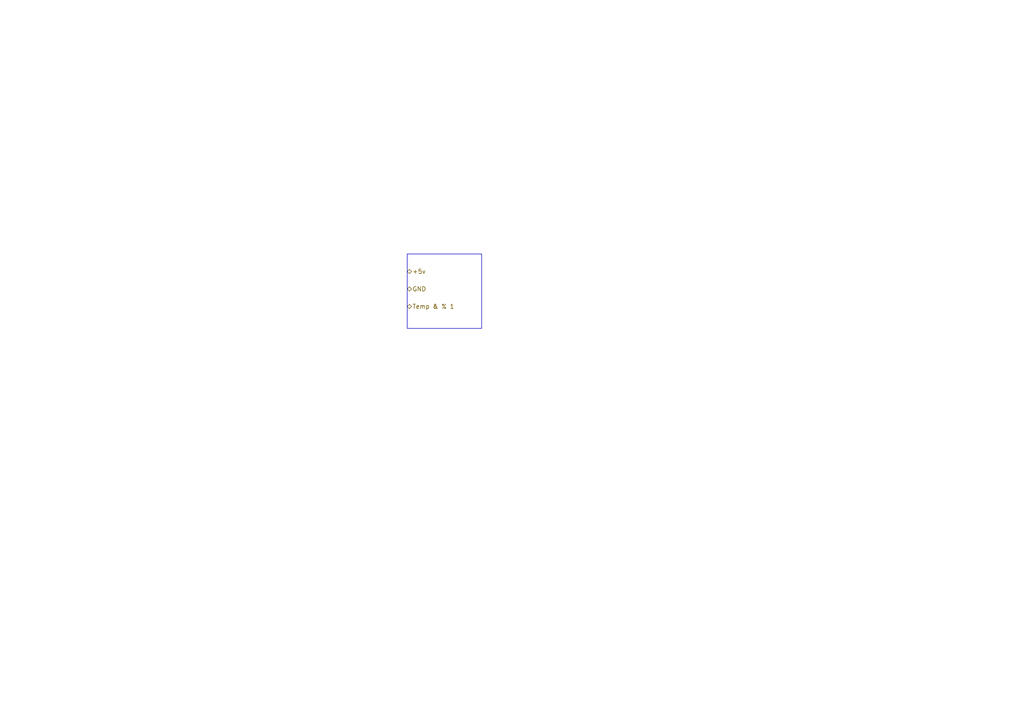
<source format=kicad_sch>
(kicad_sch
	(version 20231120)
	(generator "eeschema")
	(generator_version "8.0")
	(uuid "47267785-5945-4e34-a94a-3d2009ccb552")
	(paper "A4")
	(lib_symbols)
	(rectangle
		(start 118.11 73.66)
		(end 139.7 95.25)
		(stroke
			(width 0)
			(type default)
		)
		(fill
			(type none)
		)
		(uuid e5241891-6be6-412c-9201-a5c58526b4cf)
	)
	(hierarchical_label "GND"
		(shape bidirectional)
		(at 118.11 83.82 0)
		(fields_autoplaced yes)
		(effects
			(font
				(size 1.27 1.27)
			)
			(justify left)
		)
		(uuid "0ba5a0db-ef45-4c69-baf5-1df94299f336")
	)
	(hierarchical_label "+5v"
		(shape bidirectional)
		(at 118.11 78.74 0)
		(fields_autoplaced yes)
		(effects
			(font
				(size 1.27 1.27)
			)
			(justify left)
		)
		(uuid "52df534a-317c-4207-a761-d7b468458f5e")
	)
	(hierarchical_label "Temp & % 1"
		(shape bidirectional)
		(at 118.11 88.9 0)
		(fields_autoplaced yes)
		(effects
			(font
				(size 1.27 1.27)
			)
			(justify left)
		)
		(uuid "b2c5492a-fdab-4ec6-94bd-4eb833860ba9")
	)
)

</source>
